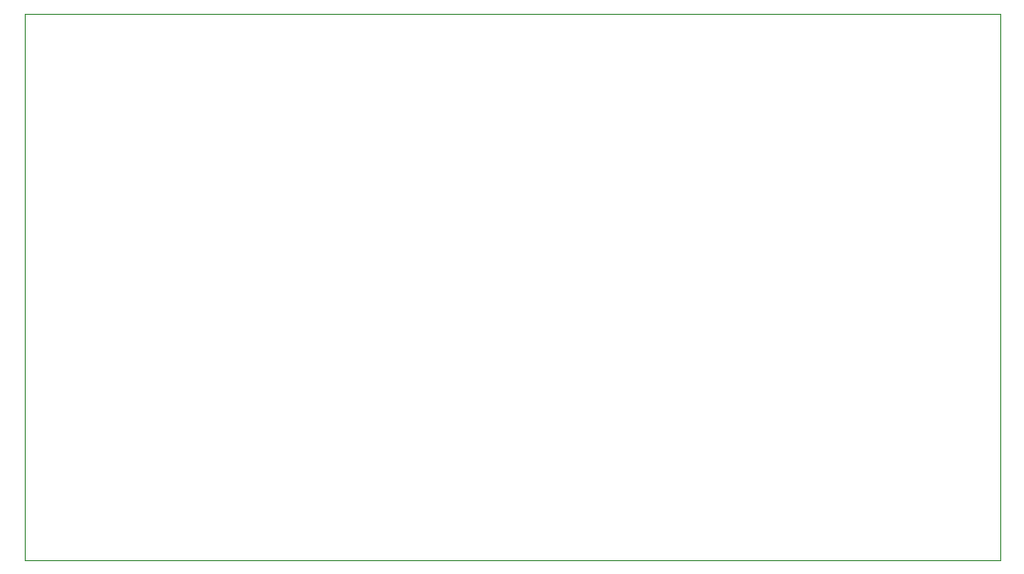
<source format=gbr>
%TF.GenerationSoftware,KiCad,Pcbnew,9.0.2*%
%TF.CreationDate,2025-06-20T17:03:44-04:00*%
%TF.ProjectId,HackPad,4861636b-5061-4642-9e6b-696361645f70,rev?*%
%TF.SameCoordinates,Original*%
%TF.FileFunction,Profile,NP*%
%FSLAX46Y46*%
G04 Gerber Fmt 4.6, Leading zero omitted, Abs format (unit mm)*
G04 Created by KiCad (PCBNEW 9.0.2) date 2025-06-20 17:03:44*
%MOMM*%
%LPD*%
G01*
G04 APERTURE LIST*
%TA.AperFunction,Profile*%
%ADD10C,0.050000*%
%TD*%
G04 APERTURE END LIST*
D10*
X185925000Y-69050000D02*
X269375000Y-69050000D01*
X269375000Y-115850000D01*
X185925000Y-115850000D01*
X185925000Y-69050000D01*
M02*

</source>
